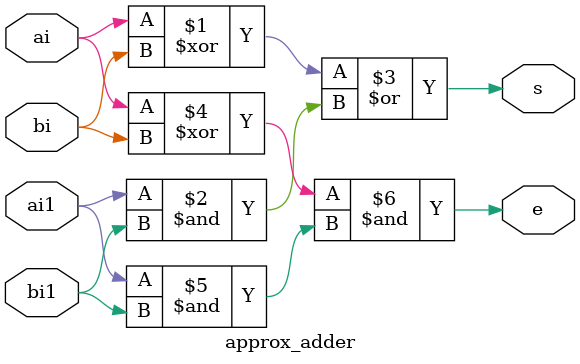
<source format=v>
`timescale 1ns / 1ps
module approx_adder(output s, output e, input ai, input bi, input ai1, input bi1
    );
assign s=((ai^bi)|(ai1&bi1));
assign e=((ai^bi)&(ai1&bi1));
endmodule

</source>
